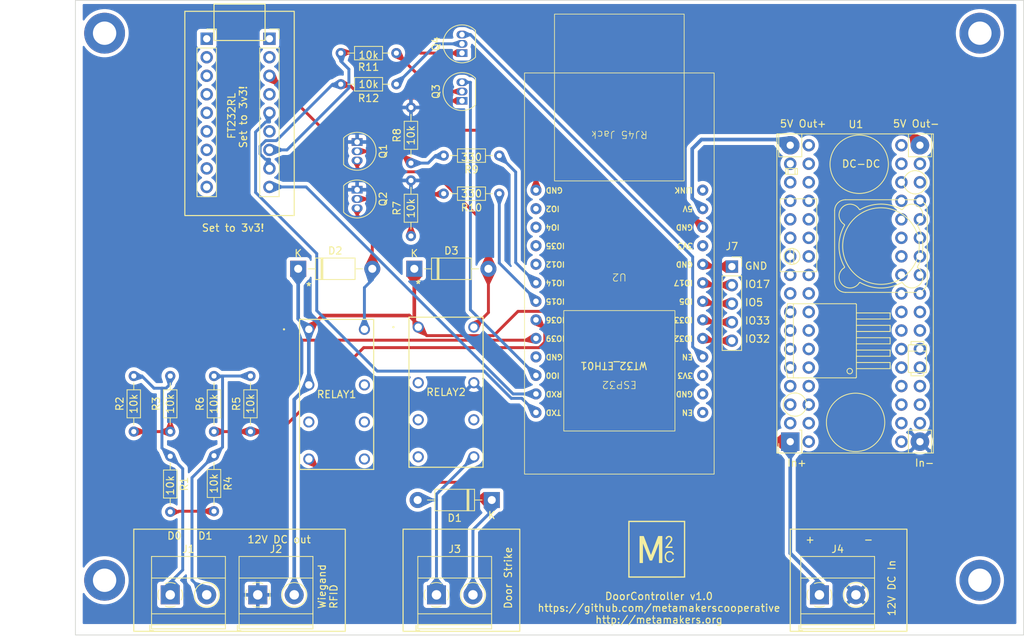
<source format=kicad_pcb>
(kicad_pcb (version 20221018) (generator pcbnew)
  (title_block (date "2024-01-08"))
  (layers (0 "F.Cu" signal) (31 "B.Cu" signal) (34 "B.Paste" user) (35 "F.Paste" user) (36 "B.SilkS" user "B.Silkscreen") (37 "F.SilkS" user "F.Silkscreen") (38 "B.Mask" user) (39 "F.Mask" user) (44 "Edge.Cuts" user))
  (net 0 "")
  (net 1 "+12V")
  (net 2 "Net-(D1-A)")
  (net 3 "Net-(D1-K)")
  (net 4 "Net-(D2-A)")
  (net 5 "Net-(D3-A)")
  (net 6 "GND")
  (net 7 "Net-(J1-Pin_1)")
  (net 8 "Net-(J1-Pin_2)")
  (net 22 "Net-(J7-Pin_1)")
  (net 23 "Net-(J7-Pin_2)")
  (net 24 "Net-(J7-Pin_3)")
  (net 25 "Net-(J7-Pin_4)")
  (net 26 "D0")
  (net 27 "Net-(Q1-G)")
  (net 28 "D1")
  (net 29 "Net-(U2-IO15{slash}ADC2_CH3{slash}TCH3)")
  (net 30 "Net-(U2-IO14{slash}ADC2_CH6{slash}TCH6)")
  (net 39 "Net-(U1-GND-Pad3)")
  (net 40 "Net-(U1-Vout)")
  (net 44 "Net-(Q2-G)")
  (net 45 "Net-(Q3-B)")
  (net 46 "Net-(Q3-C)")
  (net 47 "Net-(Q4-B)")
  (net 48 "Net-(J7-Pin_5)")
  (net 56 "Net-(R1-Pad2)")
  (net 57 "Net-(Q4-C)")
  (net 58 "Net-(J6-Pin_3)")
  (net 59 "Net-(J6-Pin_5)")
  (net 60 "Net-(J6-Pin_7)")
  (net 61 "Net-(J6-Pin_8)")
  (net 62 "Net-(J6-Pin_9)")
  (footprint "TerminalBlock_Phoenix:TerminalBlock_Phoenix_MKDS-1,5-2_1x02_P5.00mm_Horizontal" (layer "F.Cu") (at 91 131)
    (fp_text reference "J1" (at 2.5 -6.26) (layer "F.SilkS"))
    (fp_text value " ")
    (pad "1" thru_hole rect (at 0 0) (size 2.6 2.6) (drill 1.3) (layers "*.Cu" "*.Mask") (net 7 "Net-(J1-Pin_1)"))
    (pad "2" thru_hole circle (at 5 0) (size 2.6 2.6) (drill 1.3) (layers "*.Cu" "*.Mask") (net 8 "Net-(J1-Pin_2)"))
  )
  (footprint "Diode_THT:D_DO-41_SOD81_P10.16mm_Horizontal" (layer "F.Cu") (at 135.08 118 180)
    (fp_text reference "D1" (at 5.08 -2.47) (layer "F.SilkS"))
    (fp_text value "1N4001")
    (fp_text user "K" (at 0 -2.1) (layer "F.SilkS"))
    (pad "1" thru_hole rect (at 0 0 180) (size 2.2 2.2) (drill 1.1) (layers "*.Cu" "*.Mask") (net 3 "Net-(D1-K)"))
    (pad "2" thru_hole oval (at 10.16 0 180) (size 2.2 2.2) (drill 1.1) (layers "*.Cu" "*.Mask") (net 2 "Net-(D1-A)"))
  )
  (footprint "Resistor_THT:R_Axial_DIN0204_L3.6mm_D1.6mm_P7.62mm_Horizontal" (layer "F.Cu") (at 122 56.73 180)
    (fp_text reference "R11" (at 3.81 -1.92 180) (layer "F.SilkS"))
    (fp_text value "10k" (at 3.81 -0.27 180) (layer "F.SilkS"))
    (pad "1" thru_hole circle (at 0 0 180) (size 1.4 1.4) (drill 0.7) (layers "*.Cu" "*.Mask") (net 45 "Net-(Q3-B)"))
    (pad "2" thru_hole oval (at 7.62 0 180) (size 1.4 1.4) (drill 0.7) (layers "*.Cu" "*.Mask") (net 60 "Net-(J6-Pin_7)"))
  )
  (footprint "Resistor_THT:R_Axial_DIN0204_L3.6mm_D1.6mm_P7.62mm_Horizontal" (layer "F.Cu") (at 124 81.81 90)
    (fp_text reference "R7" (at 3.81 -1.92 90) (layer "F.SilkS"))
    (fp_text value "10k" (at 3.81 0 90) (layer "F.SilkS"))
    (pad "1" thru_hole circle (at 0 0 90) (size 1.4 1.4) (drill 0.7) (layers "*.Cu" "*.Mask") (net 44 "Net-(Q2-G)"))
    (pad "2" thru_hole oval (at 7.62 0 90) (size 1.4 1.4) (drill 0.7) (layers "*.Cu" "*.Mask") (net 6 "GND"))
  )
  (footprint "Diode_THT:D_DO-41_SOD81_P10.16mm_Horizontal" (layer "F.Cu") (at 124.46 86.3)
    (fp_text reference "D3" (at 5.08 -2.47) (layer "F.SilkS"))
    (fp_text value "1N4001")
    (fp_text user "K" (at 0 -2.1) (layer "F.SilkS"))
    (pad "1" thru_hole rect (at 0 0) (size 2.2 2.2) (drill 1.1) (layers "*.Cu" "*.Mask") (net 1 "+12V"))
    (pad "2" thru_hole oval (at 10.16 0) (size 2.2 2.2) (drill 1.1) (layers "*.Cu" "*.Mask") (net 5 "Net-(D3-A)"))
  )
  (footprint "Diode_THT:D_DO-41_SOD81_P10.16mm_Horizontal" (layer "F.Cu") (at 108.54 86.3)
    (fp_text reference "D2" (at 5.08 -2.47) (layer "F.SilkS"))
    (fp_text value "1N4001")
    (fp_text user "K" (at 0 -2.1) (layer "F.SilkS"))
    (pad "1" thru_hole rect (at 0 0) (size 2.2 2.2) (drill 1.1) (layers "*.Cu" "*.Mask") (net 1 "+12V"))
    (pad "2" thru_hole oval (at 10.16 0) (size 2.2 2.2) (drill 1.1) (layers "*.Cu" "*.Mask") (net 4 "Net-(D2-A)"))
  )
  (footprint "WT32-ETH01:WT32-ETH01" (layer "F.Cu") (at 152.57 86.95 180)
    (fp_text reference "U2" (at 0 -0.5 180 unlocked) (layer "F.SilkS") (effects (font (thickness 0.1))))
    (fp_text value "WT32-ETH01")
    (fp_text user "IO14" (at 10.16 -1.27 180 unlocked) (layer "F.SilkS") (effects (font (size 0.75 0.75) (thickness 0.15) bold) (justify right)))
    (fp_text user "GND" (at -10.16 -16.51 180 unlocked) (layer "F.SilkS") (effects (font (size 0.75 0.75) (thickness 0.15) bold) (justify left)))
    (fp_text user "GND" (at 10.16 -11.43 180 unlocked) (layer "F.SilkS") (effects (font (size 0.75 0.75) (thickness 0.15) bold) (justify right)))
    (fp_text user "RJ45 Jack" (at 0 19.05 180 unlocked) (layer "F.SilkS") (effects (font (thickness 0.1))))
    (fp_text user "IO35" (at 10.16 3.81 180 unlocked) (layer "F.SilkS") (effects (font (size 0.75 0.75) (thickness 0.15) bold) (justify right)))
    (fp_text user "IO2" (at 10.16 8.89 180 unlocked) (layer "F.SilkS") (effects (font (size 0.75 0.75) (thickness 0.15) bold) (justify right)))
    (fp_text user "IO36" (at 10.16 -6.35 180 unlocked) (layer "F.SilkS") (effects (font (size 0.75 0.75) (thickness 0.15) bold) (justify right)))
    (fp_text user "IO4" (at 10.16 6.35 180 unlocked) (layer "F.SilkS") (effects (font (size 0.75 0.75) (thickness 0.15) bold) (justify right)))
    (fp_text user "3V3" (at -10.16 3.81 180 unlocked) (layer "F.SilkS") (effects (font (size 0.75 0.75) (thickness 0.15) bold) (justify left)))
    (fp_text user "IO12" (at 10.16 1.27 180 unlocked) (layer "F.SilkS") (effects (font (size 0.75 0.75) (thickness 0.15) bold) (justify right)))
    (fp_text user "IO0" (at 10.16 -13.97 180 unlocked) (layer "F.SilkS") (effects (font (size 0.75 0.75) (thickness 0.15) bold) (justify right)))
    (fp_text user "EN" (at -10.16 -11.43 180 unlocked) (layer "F.SilkS") (effects (font (size 0.75 0.75) (thickness 0.15) bold) (justify left)))
    (fp_text user "IO39" (at 10.16 -8.89 180 unlocked) (layer "F.SilkS") (effects (font (size 0.75 0.75) (thickness 0.15) bold) (justify right)))
    (fp_text user "TXD" (at 10.16 -19.05 180 unlocked) (layer "F.SilkS") (effects (font (size 0.75 0.75) (thickness 0.15) bold) (justify right)))
    (fp_text user "IO32" (at -10.16 -8.89 180 unlocked) (layer "F.SilkS") (effects (font (size 0.75 0.75) (thickness 0.15) bold) (justify left)))
    (fp_text user "GND" (at -10.16 6.35 180 unlocked) (layer "F.SilkS") (effects (font (size 0.75 0.75) (thickness 0.15) bold) (justify left)))
    (fp_text user "IO5" (at -10.16 -3.81 180 unlocked) (layer "F.SilkS") (effects (font (size 0.75 0.75) (thickness 0.15) bold) (justify left)))
    (fp_text user "IO15" (at 10.16 -3.81 180 unlocked) (layer "F.SilkS") (effects (font (size 0.75 0.75) (thickness 0.15) bold) (justify right)))
    (fp_text user "IO33" (at -10.16 -6.35 180 unlocked) (layer "F.SilkS") (effects (font (size 0.75 0.75) (thickness 0.15) bold) (justify left)))
    (fp_text user "RXD" (at 10.16 -16.51 180 unlocked) (layer "F.SilkS") (effects (font (size 0.75 0.75) (thickness 0.15) bold) (justify right)))
    (fp_text user "IO17" (at -10.16 -1.27 180 unlocked) (layer "F.SilkS") (effects (font (size 0.75 0.75) (thickness 0.15) bold) (justify left)))
    (fp_text user "3V3" (at -10.16 -13.97 180 unlocked) (layer "F.SilkS") (effects (font (size 0.75 0.75) (thickness 0.15) bold) (justify left)))
    (fp_text user "EN" (at -10.16 -19.05 180 unlocked) (layer "F.SilkS") (effects (font (size 0.75 0.75) (thickness 0.15) bold) (justify left)))
    (fp_text user "ESP32" (at 0 -15.24 180 unlocked) (layer "F.SilkS") (effects (font (thickness 0.1))))
    (fp_text user "5V" (at -10.16 8.89 180 unlocked) (layer "F.SilkS") (effects (font (size 0.75 0.75) (thickness 0.15) bold) (justify left)))
    (fp_text user "LINK" (at -10.16 11.43 180 unlocked) (layer "F.SilkS") (effects (font (size 0.75 0.75) (thickness 0.15) bold) (justify left)))
    (fp_text user "GND" (at -10.16 1.27 180 unlocked) (layer "F.SilkS") (effects (font (size 0.75 0.75) (thickness 0.15) bold) (justify left)))
    (fp_text user "GND" (at 10.16 11.43 180 unlocked) (layer "F.SilkS") (effects (font (size 0.75 0.75) (thickness 0.15) bold) (justify right)))
    (pad "1" thru_hole circle (at -11.43 -19.05 180) (size 1.524 1.524) (drill 0.762) (layers "*.Cu" "*.Mask"))
    (pad "2" thru_hole circle (at -11.43 -16.51 180) (size 1.524 1.524) (drill 0.762) (layers "*.Cu" "*.Mask"))
    (pad "3" thru_hole circle (at -11.43 -13.97 180) (size 1.524 1.524) (drill 0.762) (layers "*.Cu" "*.Mask"))
    (pad "4" thru_hole circle (at -11.43 -11.43 180) (size 1.524 1.524) (drill 0.762) (layers "*.Cu" "*.Mask") (net 57 "Net-(Q4-C)"))
    (pad "5" thru_hole circle (at -11.43 -8.89 180) (size 1.524 1.524) (drill 0.762) (layers "*.Cu" "*.Mask") (net 48 "Net-(J7-Pin_5)"))
    (pad "6" thru_hole circle (at -11.43 -6.35 180) (size 1.524 1.524) (drill 0.762) (layers "*.Cu" "*.Mask") (net 25 "Net-(J7-Pin_4)"))
    (pad "7" thru_hole circle (at -11.43 -3.81 180) (size 1.524 1.524) (drill 0.762) (layers "*.Cu" "*.Mask") (net 24 "Net-(J7-Pin_3)"))
    (pad "8" thru_hole circle (at -11.43 -1.27 180) (size 1.524 1.524) (drill 0.762) (layers "*.Cu" "*.Mask") (net 23 "Net-(J7-Pin_2)"))
    (pad "9" thru_hole circle (at -11.43 1.27 180) (size 1.524 1.524) (drill 0.762) (layers "*.Cu" "*.Mask") (net 22 "Net-(J7-Pin_1)"))
    (pad "10" thru_hole circle (at -11.43 3.81 180) (size 1.524 1.524) (drill 0.762) (layers "*.Cu" "*.Mask"))
    (pad "11" thru_hole circle (at -11.43 6.35 180) (size 1.524 1.524) (drill 0.762) (layers "*.Cu" "*.Mask") (net 39 "Net-(U1-GND-Pad3)"))
    (pad "12" thru_hole circle (at -11.43 8.89 180) (size 1.524 1.524) (drill 0.762) (layers "*.Cu" "*.Mask") (net 40 "Net-(U1-Vout)"))
    (pad "13" thru_hole circle (at -11.43 11.43 180) (size 1.524 1.524) (drill 0.762) (layers "*.Cu" "*.Mask"))
    (pad "14" thru_hole circle (at 11.43 11.43 180) (size 1.524 1.524) (drill 0.762) (layers "*.Cu" "*.Mask") (net 58 "Net-(J6-Pin_3)"))
    (pad "15" thru_hole circle (at 11.43 8.89 180) (size 1.524 1.524) (drill 0.762) (layers "*.Cu" "*.Mask"))
    (pad "16" thru_hole circle (at 11.43 6.35 180) (size 1.524 1.524) (drill 0.762) (layers "*.Cu" "*.Mask"))
    (pad "17" thru_hole circle (at 11.43 3.81 180) (size 1.524 1.524) (drill 0.762) (layers "*.Cu" "*.Mask"))
    (pad "18" thru_hole circle (at 11.43 1.27 180) (size 1.524 1.524) (drill 0.762) (layers "*.Cu" "*.Mask"))
    (pad "19" thru_hole circle (at 11.43 -1.27 180) (size 1.524 1.524) (drill 0.762) (layers "*.Cu" "*.Mask") (net 30 "Net-(U2-IO14{slash}ADC2_CH6{slash}TCH6)"))
    (pad "20" thru_hole circle (at 11.43 -3.81 180) (size 1.524 1.524) (drill 0.762) (layers "*.Cu" "*.Mask") (net 29 "Net-(U2-IO15{slash}ADC2_CH3{slash}TCH3)"))
    (pad "21" thru_hole circle (at 11.43 -6.35 180) (size 1.524 1.524) (drill 0.762) (layers "*.Cu" "*.Mask") (net 28 "D1"))
    (pad "22" thru_hole circle (at 11.43 -8.89 180) (size 1.524 1.524) (drill 0.762) (layers "*.Cu" "*.Mask") (net 26 "D0"))
    (pad "23" thru_hole circle (at 11.43 -11.43 180) (size 1.524 1.524) (drill 0.762) (layers "*.Cu" "*.Mask"))
    (pad "24" thru_hole circle (at 11.43 -13.97 180) (size 1.524 1.524) (drill 0.762) (layers "*.Cu" "*.Mask") (net 46 "Net-(Q3-C)"))
    (pad "25" thru_hole circle (at 11.43 -16.51 180) (size 1.524 1.524) (drill 0.762) (layers "*.Cu" "*.Mask") (net 62 "Net-(J6-Pin_9)"))
    (pad "26" thru_hole circle (at 11.43 -19.05 180) (size 1.524 1.524) (drill 0.762) (layers "*.Cu" "*.Mask") (net 59 "Net-(J6-Pin_5)"))
  )
  (footprint "Package_TO_SOT_THT:TO-92_Inline" (layer "F.Cu") (at 116.62 68.92 -90)
    (fp_text reference "Q1" (at 1.27 -3.56 90) (layer "F.SilkS"))
    (fp_text value "2N7000")
    (pad "1" thru_hole rect (at 0 0 270) (size 1.05 1.5) (drill 0.75) (layers "*.Cu" "*.Mask") (net 6 "GND"))
    (pad "2" thru_hole oval (at 1.27 0 270) (size 1.05 1.5) (drill 0.75) (layers "*.Cu" "*.Mask") (net 27 "Net-(Q1-G)"))
    (pad "3" thru_hole oval (at 2.54 0 270) (size 1.05 1.5) (drill 0.75) (layers "*.Cu" "*.Mask") (net 5 "Net-(D3-A)"))
  )
  (footprint "Connector_PinSocket_2.54mm:PinSocket_1x05_P2.54mm_Vertical" (layer "F.Cu") (at 168 86)
    (fp_text reference "J7" (at 0 -2.77) (layer "F.SilkS"))
    (fp_text value "Conn_01x04_Socket")
    (pad "1" thru_hole rect (at 0 0) (size 1.7 1.7) (drill 1) (layers "*.Cu" "*.Mask") (net 22 "Net-(J7-Pin_1)"))
    (pad "2" thru_hole oval (at 0 2.54) (size 1.7 1.7) (drill 1) (layers "*.Cu" "*.Mask") (net 23 "Net-(J7-Pin_2)"))
    (pad "3" thru_hole oval (at 0 5.08) (size 1.7 1.7) (drill 1) (layers "*.Cu" "*.Mask") (net 24 "Net-(J7-Pin_3)"))
    (pad "4" thru_hole oval (at 0 7.62) (size 1.7 1.7) (drill 1) (layers "*.Cu" "*.Mask") (net 25 "Net-(J7-Pin_4)"))
    (pad "5" thru_hole oval (at 0 10.16) (size 1.7 1.7) (drill 1) (layers "*.Cu" "*.Mask") (net 48 "Net-(J7-Pin_5)"))
  )
  (footprint "MyLibrary:RELAY8_J104D2C12VDC.20S_CRS" (layer "F.Cu") (at 110 94.6)
    (fp_text reference "RELAY1" (at 3.81 8.919997 unlocked) (layer "F.SilkS"))
    (fp_text value "~")
    (fp_text user "*" (at 0 -5.866672) (layer "F.SilkS"))
    (fp_text user "*" (at 0 -5.866672 unlocked) (layer "F.SilkS"))
    (pad "1" thru_hole circle (at 0 0) (size 1.524 1.524) (drill 1.016) (layers "*.Cu" "*.Mask") (net 1 "+12V"))
    (pad "2" thru_hole circle (at 0 7.62) (size 1.524 1.524) (drill 1.016) (layers "*.Cu" "*.Mask") (net 1 "+12V"))
    (pad "3" thru_hole circle (at 0 12.7) (size 1.524 1.524) (drill 1.016) (layers "*.Cu" "*.Mask"))
    (pad "4" thru_hole circle (at 0 17.78) (size 1.524 1.524) (drill 1.016) (layers "*.Cu" "*.Mask") (net 3 "Net-(D1-K)"))
    (pad "5" thru_hole circle (at 7.62 17.78) (size 1.524 1.524) (drill 1.016) (layers "*.Cu" "*.Mask"))
    (pad "6" thru_hole circle (at 7.62 12.7) (size 1.524 1.524) (drill 1.016) (layers "*.Cu" "*.Mask"))
    (pad "7" thru_hole circle (at 7.62 7.62) (size 1.524 1.524) (drill 1.016) (layers "*.Cu" "*.Mask"))
    (pad "8" thru_hole circle (at 7.62 0) (size 1.524 1.524) (drill 1.016) (layers "*.Cu" "*.Mask") (net 4 "Net-(D2-A)"))
  )
  (footprint "Package_TO_SOT_THT:TO-92_Inline" (layer "F.Cu") (at 131 56.73 90)
    (fp_text reference "Q4" (at 1.27 -3.56 90) (layer "F.SilkS"))
    (fp_text value "2N3904")
    (pad "1" thru_hole rect (at 0 0 90) (size 1.05 1.5) (drill 0.75) (layers "*.Cu" "*.Mask") (net 60 "Net-(J6-Pin_7)"))
    (pad "2" thru_hole oval (at 1.27 0 90) (size 1.05 1.5) (drill 0.75) (layers "*.Cu" "*.Mask") (net 47 "Net-(Q4-B)"))
    (pad "3" thru_hole oval (at 2.54 0 90) (size 1.05 1.5) (drill 0.75) (layers "*.Cu" "*.Mask") (net 57 "Net-(Q4-C)"))
  )
  (footprint "Resistor_THT:R_Axial_DIN0204_L3.6mm_D1.6mm_P7.62mm_Horizontal" (layer "F.Cu") (at 91 112 -90)
    (fp_text reference "R1" (at 3.81 -1.92 90) (layer "F.SilkS"))
    (fp_text value "10k" (at 4 0 90) (layer "F.SilkS"))
    (pad "1" thru_hole circle (at 0 0 270) (size 1.4 1.4) (drill 0.7) (layers "*.Cu" "*.Mask") (net 7 "Net-(J1-Pin_1)"))
    (pad "2" thru_hole oval (at 7.62 0 270) (size 1.4 1.4) (drill 0.7) (layers "*.Cu" "*.Mask") (net 56 "Net-(R1-Pad2)"))
  )
  (footprint "Resistor_THT:R_Axial_DIN0204_L3.6mm_D1.6mm_P7.62mm_Horizontal" (layer "F.Cu") (at 86 108.62 90)
    (fp_text reference "R2" (at 3.81 -1.92 90) (layer "F.SilkS"))
    (fp_text value "10k" (at 3.81 0 90) (layer "F.SilkS"))
    (pad "1" thru_hole circle (at 0 0 90) (size 1.4 1.4) (drill 0.7) (layers "*.Cu" "*.Mask") (net 26 "D0"))
    (pad "2" thru_hole oval (at 7.62 0 90) (size 1.4 1.4) (drill 0.7) (layers "*.Cu" "*.Mask") (net 7 "Net-(J1-Pin_1)"))
  )
  (footprint "TerminalBlock_Phoenix:TerminalBlock_Phoenix_MKDS-1,5-2_1x02_P5.00mm_Horizontal" (layer "F.Cu") (at 127.5 131)
    (fp_text reference "J3" (at 2.5 -6.26) (layer "F.SilkS"))
    (fp_text value " ")
    (pad "1" thru_hole rect (at 0 0) (size 2.6 2.6) (drill 1.3) (layers "*.Cu" "*.Mask") (net 2 "Net-(D1-A)"))
    (pad "2" thru_hole circle (at 5 0) (size 2.6 2.6) (drill 1.3) (layers "*.Cu" "*.Mask") (net 3 "Net-(D1-K)"))
  )
  (footprint "Connector_PinSocket_2.54mm:PinSocket_1x09_P2.54mm_Vertical" (layer "F.Cu") (at 96 54.76)
    (fp_text reference "J5" hide)
    (fp_text value "Conn_01x09_Socket" hide)
    (pad "1" thru_hole rect (at 0 0) (size 1.7 1.7) (drill 1) (layers "*.Cu" "*.Mask"))
    (pad "2" thru_hole oval (at 0 2.54) (size 1.7 1.7) (drill 1) (layers "*.Cu" "*.Mask"))
    (pad "3" thru_hole oval (at 0 5.08) (size 1.7 1.7) (drill 1) (layers "*.Cu" "*.Mask"))
    (pad "4" thru_hole oval (at 0 7.62) (size 1.7 1.7) (drill 1) (layers "*.Cu" "*.Mask"))
    (pad "5" thru_hole oval (at 0 10.16) (size 1.7 1.7) (drill 1) (layers "*.Cu" "*.Mask"))
    (pad "6" thru_hole oval (at 0 12.7) (size 1.7 1.7) (drill 1) (layers "*.Cu" "*.Mask"))
    (pad "7" thru_hole oval (at 0 15.24) (size 1.7 1.7) (drill 1) (layers "*.Cu" "*.Mask"))
    (pad "8" thru_hole oval (at 0 17.78) (size 1.7 1.7) (drill 1) (layers "*.Cu" "*.Mask"))
    (pad "9" thru_hole oval (at 0 20.32) (size 1.7 1.7) (drill 1) (layers "*.Cu" "*.Mask"))
  )
  (footprint "TerminalBlock_Phoenix:TerminalBlock_Phoenix_MKDS-1,5-2_1x02_P5.00mm_Horizontal" (layer "F.Cu") (at 103 131)
    (fp_text reference "J2" (at 2.5 -6.26) (layer "F.SilkS"))
    (fp_text value " ")
    (pad "1" thru_hole rect (at 0 0) (size 2.6 2.6) (drill 1.3) (layers "*.Cu" "*.Mask") (net 6 "GND"))
    (pad "2" thru_hole circle (at 5 0) (size 2.6 2.6) (drill 1.3) (layers "*.Cu" "*.Mask") (net 1 "+12V"))
  )
  (footprint "Resistor_THT:R_Axial_DIN0204_L3.6mm_D1.6mm_P7.62mm_Horizontal" (layer "F.Cu") (at 97 111.92 -90)
    (fp_text reference "R4" (at 3.81 -1.92 90) (layer "F.SilkS"))
    (fp_text value "10k" (at 3.81 0 90) (layer "F.SilkS"))
    (pad "1" thru_hole circle (at 0 0 270) (size 1.4 1.4) (drill 0.7) (layers "*.Cu" "*.Mask") (net 8 "Net-(J1-Pin_2)"))
    (pad "2" thru_hole oval (at 7.62 0 270) (size 1.4 1.4) (drill 0.7) (layers "*.Cu" "*.Mask") (net 56 "Net-(R1-Pad2)"))
  )
  (footprint "Resistor_THT:R_Axial_DIN0204_L3.6mm_D1.6mm_P7.62mm_Horizontal" (layer "F.Cu") (at 122 61 180)
    (fp_text reference "R12" (at 3.81 -1.92 180) (layer "F.SilkS"))
    (fp_text value "10k" (at 3.81 0 180) (layer "F.SilkS"))
    (pad "1" thru_hole circle (at 0 0 180) (size 1.4 1.4) (drill 0.7) (layers "*.Cu" "*.Mask") (net 47 "Net-(Q4-B)"))
    (pad "2" thru_hole oval (at 7.62 0 180) (size 1.4 1.4) (drill 0.7) (layers "*.Cu" "*.Mask") (net 61 "Net-(J6-Pin_8)"))
  )
  (footprint "MountingHole:MountingHole_3.2mm_M3_DIN965_Pad" (layer "F.Cu") (at 202 54)
    (fp_text reference "MH4" hide)
    (fp_text value "MountingHole_3.2mm_M3_DIN965_Pad" hide)
    (pad "1" thru_hole circle (at 0 0) (size 5.6 5.6) (drill 3.2) (layers "*.Cu" "*.Mask"))
  )
  (footprint "TerminalBlock_Phoenix:TerminalBlock_Phoenix_MKDS-1,5-2_1x02_P5.00mm_Horizontal" (layer "F.Cu") (at 180 131)
    (fp_text reference "J4" (at 2.5 -6.26) (layer "F.SilkS"))
    (fp_text value " ")
    (pad "1" thru_hole rect (at 0 0) (size 2.6 2.6) (drill 1.3) (layers "*.Cu" "*.Mask") (net 1 "+12V"))
    (pad "2" thru_hole circle (at 5 0) (size 2.6 2.6) (drill 1.3) (layers "*.Cu" "*.Mask") (net 6 "GND"))
  )
  (footprint "MountingHole:MountingHole_3.2mm_M3_DIN965_Pad" (layer "F.Cu") (at 202 129)
    (fp_text reference "MH2" hide)
    (fp_text value "MountingHole_3.2mm_M3_DIN965_Pad" hide)
    (pad "1" thru_hole circle (at 0 0) (size 5.6 5.6) (drill 3.2) (layers "*.Cu" "*.Mask"))
  )
  (footprint "Package_TO_SOT_THT:TO-92_Inline" (layer "F.Cu") (at 116.62 75.46 -90)
    (fp_text reference "Q2" (at 1.27 -3.56 90) (layer "F.SilkS"))
    (fp_text value "2N7000")
    (pad "1" thru_hole rect (at 0 0 270) (size 1.05 1.5) (drill 0.75) (layers "*.Cu" "*.Mask") (net 6 "GND"))
    (pad "2" thru_hole oval (at 1.27 0 270) (size 1.05 1.5) (drill 0.75) (layers "*.Cu" "*.Mask") (net 44 "Net-(Q2-G)"))
    (pad "3" thru_hole oval (at 2.54 0 270) (size 1.05 1.5) (drill 0.75) (layers "*.Cu" "*.Mask") (net 4 "Net-(D2-A)"))
  )
  (footprint "Resistor_THT:R_Axial_DIN0204_L3.6mm_D1.6mm_P7.62mm_Horizontal" (layer "F.Cu") (at 124 71.81 90)
    (fp_text reference "R8" (at 3.81 -1.92 90) (layer "F.SilkS"))
    (fp_text value "10k" (at 3.81 0 90) (layer "F.SilkS"))
    (pad "1" thru_hole circle (at 0 0 90) (size 1.4 1.4) (drill 0.7) (layers "*.Cu" "*.Mask") (net 27 "Net-(Q1-G)"))
    (pad "2" thru_hole oval (at 7.62 0 90) (size 1.4 1.4) (drill 0.7) (layers "*.Cu" "*.Mask") (net 6 "GND"))
  )
  (footprint "MyLibrary:YAAJ_DCDC_StepDown_LM2596_Universal" (layer "F.Cu") (at 176 110 90)
    (fp_text reference "U1" (at 43.5 9 180) (layer "F.SilkS"))
    (fp_text value "YAAJ_DCDC_StepDown_LM2596")
    (pad "" thru_hole oval (at 0 2.54 180) (size 1.7 1.7) (drill 1) (layers "*.Cu" "*.Mask"))
    (pad "" thru_hole oval (at 0 15.24 180) (size 1.7 1.7) (drill 1) (layers "*.Cu" "*.Mask"))
    (pad "" thru_hole oval (at 2.54 0 180) (size 1.7 1.7) (drill 1) (layers "*.Cu" "*.Mask"))
    (pad "" thru_hole oval (at 2.54 2.54 180) (size 1.7 1.7) (drill 1) (layers "*.Cu" "*.Mask"))
    (pad "" thru_hole oval (at 2.54 15.24 180) (size 1.7 1.7) (drill 1) (layers "*.Cu" "*.Mask"))
    (pad "" thru_hole oval (at 2.54 17.78 180) (size 1.7 1.7) (drill 1) (layers "*.Cu" "*.Mask"))
    (pad "" thru_hole oval (at 5.08 0 180) (size 1.7 1.7) (drill 1) (layers "*.Cu" "*.Mask"))
    (pad "" thru_hole oval (at 5.08 2.54 180) (size 1.7 1.7) (drill 1) (layers "*.Cu" "*.Mask"))
    (pad "" thru_hole oval (at 5.08 15.24 180) (size 1.7 1.7) (drill 1) (layers "*.Cu" "*.Mask"))
    (pad "" thru_hole oval (at 5.08 17.78 180) (size 1.7 1.7) (drill 1) (layers "*.Cu" "*.Mask"))
    (pad "" thru_hole oval (at 7.62 0 180) (size 1.7 1.7) (drill 1) (layers "*.Cu" "*.Mask"))
    (pad "" thru_hole oval (at 7.62 2.54 180) (size 1.7 1.7) (drill 1) (layers "*.Cu" "*.Mask"))
    (pad "" thru_hole oval (at 7.62 15.24 180) (size 1.7 1.7) (drill 1) (layers "*.Cu" "*.Mask"))
    (pad "" thru_hole oval (at 7.62 17.78 180) (size 1.7 1.7) (drill 1) (layers "*.Cu" "*.Mask"))
    (pad "" thru_hole oval (at 10.16 0 180) (size 1.7 1.7) (drill 1) (layers "*.Cu" "*.Mask"))
    (pad "" thru_hole oval (at 10.16 2.54 180) (size 1.7 1.7) (drill 1) (layers "*.Cu" "*.Mask"))
    (pad "" thru_hole oval (at 10.16 15.24 180) (size 1.7 1.7) (drill 1) (layers "*.Cu" "*.Mask"))
    (pad "" thru_hole oval (at 10.16 17.78 180) (size 1.7 1.7) (drill 1) (layers "*.Cu" "*.Mask"))
    (pad "" thru_hole oval (at 12.7 0 180) (size 1.7 1.7) (drill 1) (layers "*.Cu" "*.Mask"))
    (pad "" thru_hole oval (at 12.7 2.54 180) (size 1.7 1.7) (drill 1) (layers "*.Cu" "*.Mask"))
    (pad "" thru_hole oval (at 12.7 15.24 180) (size 1.7 1.7) (drill 1) (layers "*.Cu" "*.Mask"))
    (pad "" thru_hole oval (at 12.7 17.78 180) (size 1.7 1.7) (drill 1) (layers "*.Cu" "*.Mask"))
    (pad "" thru_hole oval (at 15.24 0 180) (size 1.7 1.7) (drill 1) (layers "*.Cu" "*.Mask"))
    (pad "" thru_hole oval (at 15.24 2.54 180) (size 1.7 1.7) (drill 1) (layers "*.Cu" "*.Mask"))
    (pad "" thru_hole oval (at 15.24 15.24 180) (size 1.7 1.7) (drill 1) (layers "*.Cu" "*.Mask"))
    (pad "" thru_hole oval (at 15.24 17.78 180) (size 1.7 1.7) (drill 1) (layers "*.Cu" "*.Mask"))
    (pad "" thru_hole oval (at 17.78 0 180) (size 1.7 1.7) (drill 1) (layers "*.Cu" "*.Mask"))
    (pad "" thru_hole oval (at 17.78 2.54 180) (size 1.7 1.7) (drill 1) (layers "*.Cu" "*.Mask"))
    (pad "" thru_hole oval (at 17.78 15.24 180) (size 1.7 1.7) (drill 1) (layers "*.Cu" "*.Mask"))
    (pad "" thru_hole oval (at 17.78 17.78 180) (size 1.7 1.7) (drill 1) (layers "*.Cu" "*.Mask"))
    (pad "" thru_hole oval (at 20.32 0 180) (size 1.7 1.7) (drill 1) (layers "*.Cu" "*.Mask"))
    (pad "" thru_hole oval (at 20.32 2.54 180) (size 1.7 1.7) (drill 1) (layers "*.Cu" "*.Mask"))
    (pad "" thru_hole oval (at 20.32 15.24 180) (size 1.7 1.7) (drill 1) (layers "*.Cu" "*.Mask"))
    (pad "" thru_hole oval (at 20.32 17.78 180) (size 1.7 1.7) (drill 1) (layers "*.Cu" "*.Mask"))
    (pad "" thru_hole oval (at 22.86 0 180) (size 1.7 1.7) (drill 1) (layers "*.Cu" "*.Mask"))
    (pad "" thru_hole oval (at 22.86 2.54 180) (size 1.7 1.7) (drill 1) (layers "*.Cu" "*.Mask"))
    (pad "" thru_hole oval (at 22.86 15.24 180) (size 1.7 1.7) (drill 1) (layers "*.Cu" "*.Mask"))
    (pad "" thru_hole oval (at 22.86 17.78 180) (size 1.7 1.7) (drill 1) (layers "*.Cu" "*.Mask"))
    (pad "" thru_hole oval (at 25.4 0 180) (size 1.7 1.7) (drill 1) (layers "*.Cu" "*.Mask"))
    (pad "" thru_hole oval (at 25.4 2.54 180) (size 1.7 1.7) (drill 1) (layers "*.Cu" "*.Mask"))
    (pad "" thru_hole oval (at 25.4 15.24 180) (size 1.7 1.7) (drill 1) (layers "*.Cu" "*.Mask"))
    (pad "" thru_hole oval (at 25.4 17.78 180) (size 1.7 1.7) (drill 1) (layers "*.Cu" "*.Mask"))
    (pad "" thru_hole oval (at 27.94 0 180) (size 1.7 1.7) (drill 1) (layers "*.Cu" "*.Mask"))
    (pad "" thru_hole oval (at 27.94 2.54 180) (size 1.7 1.7) (drill 1) (layers "*.Cu" "*.Mask"))
    (pad "" thru_hole oval (at 27.94 15.24 180) (size 1.7 1.7) (drill 1) (layers "*.Cu" "*.Mask"))
    (pad "" thru_hole oval (at 27.94 17.78 180) (size 1.7 1.7) (drill 1) (layers "*.Cu" "*.Mask"))
    (pad "" thru_hole oval (at 30.48 0 180) (size 1.7 1.7) (drill 1) (layers "*.Cu" "*.Mask"))
    (pad "" thru_hole oval (at 30.48 2.54 180) (size 1.7 1.7) (drill 1) (layers "*.Cu" "*.Mask"))
    (pad "" thru_hole oval (at 30.48 15.24 180) (size 1.7 1.7) (drill 1) (layers "*.Cu" "*.Mask"))
    (pad "" thru_hole oval (at 30.48 17.78 180) (size 1.7 1.7) (drill 1) (layers "*.Cu" "*.Mask"))
    (pad "" thru_hole oval (at 33.02 0 180) (size 1.7 1.7) (drill 1) (layers "*.Cu" "*.Mask"))
    (pad "" thru_hole oval (at 33.02 2.54 180) (size 1.7 1.7) (drill 1) (layers "*.Cu" "*.Mask"))
    (pad "" thru_hole oval (at 33.02 15.24 180) (size 1.7 1.7) (drill 1) (layers "*.Cu" "*.Mask"))
    (pad "" thru_hole oval (at 33.02 17.78 180) (size 1.7 1.7) (drill 1) (layers "*.Cu" "*.Mask"))
    (pad "" thru_hole oval (at 35.56 0 180) (size 1.7 1.7) (drill 1) (layers "*.Cu" "*.Mask"))
    (pad "" thru_hole oval (at 35.56 2.54 180) (size 1.7 1.7) (drill 1) (layers "*.Cu" "*.Mask"))
    (pad "" thru_hole oval (at 35.56 15.24 180) (size 1.7 1.7) (drill 1) (layers "*.Cu" "*.Mask"))
    (pad "" thru_hole oval (at 35.56 17.78 180) (size 1.7 1.7) (drill 1) (layers "*.Cu" "*.Mask"))
    (pad "" thru_hole oval (at 38.1 0 180) (size 1.7 1.7) (drill 1) (layers "*.Cu" "*.Mask"))
    (pad "" thru_hole oval (at 38.1 2.54 180) (size 1.7 1.7) (drill 1) (layers "*.Cu" "*.Mask"))
    (pad "" thru_hole oval (at 38.1 15.24 180) (size 1.7 1.7) (drill 1) (layers "*.Cu" "*.Mask"))
    (pad "" thru_hole oval (at 38.1 17.78 180) (size 1.7 1.7) (drill 1) (layers "*.Cu" "*.Mask"))
    (pad "" thru_hole oval (at 40.64 2.54 180) (size 1.7 1.7) (drill 1) (layers "*.Cu" "*.Mask"))
    (pad "" thru_hole oval (at 40.64 15.24 180) (size 1.7 1.7) (drill 1) (layers "*.Cu" "*.Mask"))
    (pad "1" thru_hole rect (at 0 0 90) (size 2.54 2.54) (drill 1) (layers "*.Cu" "*.Mask") (net 1 "+12V"))
    (pad "2" thru_hole circle (at 0 17.78 90) (size 2.54 2.54) (drill 1) (layers "*.Cu" "*.Mask") (net 6 "GND"))
    (pad "3" thru_hole circle (at 40.64 17.78 90) (size 2.54 2.54) (drill 1) (layers "*.Cu" "*.Mask") (net 39 "Net-(U1-GND-Pad3)"))
    (pad "4" thru_hole circle (at 40.64 0 90) (size 2.54 2.54) (drill 1) (layers "*.Cu" "*.Mask") (net 40 "Net-(U1-Vout)"))
  )
  (footprint "MountingHole:MountingHole_3.2mm_M3_DIN965_Pad" (layer "F.Cu") (at 82 54)
    (fp_text reference "MH3" hide)
    (fp_text value "MountingHole_3.2mm_M3_DIN965_Pad")
    (pad "1" thru_hole circle (at 0 0) (size 5.6 5.6) (drill 3.2) (layers "*.Cu" "*.Mask"))
  )
  (footprint "Connector_PinSocket_2.54mm:PinSocket_1x09_P2.54mm_Vertical" (layer "F.Cu") (at 104.6 54.76)
    (fp_text reference "J6" hide)
    (fp_text value "Conn_01x09_Socket" hide)
    (pad "1" thru_hole rect (at 0 0) (size 1.7 1.7) (drill 1) (layers "*.Cu" "*.Mask"))
    (pad "2" thru_hole oval (at 0 2.54) (size 1.7 1.7) (drill 1) (layers "*.Cu" "*.Mask"))
    (pad "3" thru_hole oval (at 0 5.08) (size 1.7 1.7) (drill 1) (layers "*.Cu" "*.Mask") (net 58 "Net-(J6-Pin_3)"))
    (pad "4" thru_hole oval (at 0 7.62) (size 1.7 1.7) (drill 1) (layers "*.Cu" "*.Mask"))
    (pad "5" thru_hole oval (at 0 10.16) (size 1.7 1.7) (drill 1) (layers "*.Cu" "*.Mask") (net 59 "Net-(J6-Pin_5)"))
    (pad "6" thru_hole oval (at 0 12.7) (size 1.7 1.7) (drill 1) (layers "*.Cu" "*.Mask"))
    (pad "7" thru_hole oval (at 0 15.24) (size 1.7 1.7) (drill 1) (layers "*.Cu" "*.Mask") (net 60 "Net-(J6-Pin_7)"))
    (pad "8" thru_hole oval (at 0 17.78) (size 1.7 1.7) (drill 1) (layers "*.Cu" "*.Mask") (net 61 "Net-(J6-Pin_8)"))
    (pad "9" thru_hole oval (at 0 20.32) (size 1.7 1.7) (drill 1) (layers "*.Cu" "*.Mask") (net 62 "Net-(J6-Pin_9)"))
  )
  (footprint "Resistor_THT:R_Axial_DIN0204_L3.6mm_D1.6mm_P7.62mm_Horizontal" (layer "F.Cu") (at 91 108.62 90)
    (fp_text reference "R3" (at 3.81 -1.92 90) (layer "F.SilkS"))
    (fp_text value "10k" (at 3.81 0 90) (layer "F.SilkS"))
    (pad "1" thru_hole circle (at 0 0 90) (size 1.4 1.4) (drill 0.7) (layers "*.Cu" "*.Mask") (net 26 "D0"))
    (pad "2" thru_hole oval (at 7.62 0 90) (size 1.4 1.4) (drill 0.7) (layers "*.Cu" "*.Mask") (net 7 "Net-(J1-Pin_1)"))
  )
  (footprint "Resistor_THT:R_Axial_DIN0204_L3.6mm_D1.6mm_P7.62mm_Horizontal" (layer "F.Cu") (at 136.11 70.78 180)
    (fp_text reference "R9" (at 3.81 -1.92 180) (layer "F.SilkS"))
    (fp_text value "330" (at 3.81 -0.22 180) (layer "F.SilkS"))
    (pad "1" thru_hole circle (at 0 0 180) (size 1.4 1.4) (drill 0.7) (layers "*.Cu" "*.Mask") (net 30 "Net-(U2-IO14{slash}ADC2_CH6{slash}TCH6)"))
    (pad "2" thru_hole oval (at 7.62 0 180) (size 1.4 1.4) (drill 0.7) (layers "*.Cu" "*.Mask") (net 27 "Net-(Q1-G)"))
  )
  (footprint "Resistor_THT:R_Axial_DIN0204_L3.6mm_D1.6mm_P7.62mm_Horizontal" (layer "F.Cu") (at 97 108.62 90)
    (fp_text reference "R6" (at 3.81 -1.92 90) (layer "F.SilkS"))
    (fp_text value "10k" (at 3.81 0 90) (layer "F.SilkS"))
    (pad "1" thru_hole circle (at 0 0 90) (size 1.4 1.4) (drill 0.7) (layers "*.Cu" "*.Mask") (net 28 "D1"))
    (pad "2" thru_hole oval (at 7.62 0 90) (size 1.4 1.4) (drill 0.7) (layers "*.Cu" "*.Mask") (net 8 "Net-(J1-Pin_2)"))
  )
  (footprint "MountingHole:MountingHole_3.2mm_M3_DIN965_Pad" (layer "F.Cu") (at 82 129)
    (fp_text reference "MH1" hide)
    (fp_text value "MountingHole_3.2mm_M3_DIN965_Pad" hide)
    (pad "1" thru_hole circle (at 0 0) (size 5.6 5.6) (drill 3.2) (layers "*.Cu" "*.Mask"))
  )
  (footprint "Package_TO_SOT_THT:TO-92_Inline" (layer "F.Cu") (at 131 63.27 90)
    (fp_text reference "Q3" (at 1.27 -3.56 90) (layer "F.SilkS"))
    (fp_text value "2N3904")
    (pad "1" thru_hole rect (at 0 0 90) (size 1.05 1.5) (drill 0.75) (layers "*.Cu" "*.Mask") (net 61 "Net-(J6-Pin_8)"))
    (pad "2" thru_hole oval (at 1.27 0 90) (size 1.05 1.5) (drill 0.75) (layers "*.Cu" "*.Mask") (net 45 "Net-(Q3-B)"))
    (pad "3" thru_hole oval (at 2.54 0 90) (size 1.05 1.5) (drill 0.75) (layers "*.Cu" "*.Mask") (net 46 "Net-(Q3-C)"))
  )
  (footprint "Resistor_THT:R_Axial_DIN0204_L3.6mm_D1.6mm_P7.62mm_Horizontal" (layer "F.Cu") (at 136.11 76 180)
    (fp_text reference "R10" (at 3.81 -1.92 180) (layer "F.SilkS"))
    (fp_text value "330" (at 3.81 0 180) (layer "F.SilkS"))
    (pad "1" thru_hole circle (at 0 0 180) (size 1.4 1.4) (drill 0.7) (layers "*.Cu" "*.Mask") (net 29 "Net-(U2-IO15{slash}ADC2_CH3{slash}TCH3)"))
    (pad "2" thru_hole oval (at 7.62 0 180) (size 1.4 1.4) (drill 0.7) (layers "*.Cu" "*.Mask") (net 44 "Net-(Q2-G)"))
  )
  (footprint "Resistor_THT:R_Axial_DIN0204_L3.6mm_D1.6mm_P7.62mm_Horizontal" (layer "F.Cu") (at 102 108.62 90)
    (fp_text reference "R5" (at 3.81 -1.92 90) (layer "F.SilkS"))
    (fp_text value "10k" (at 3.81 0 90) (layer "F.SilkS"))
    (pad "1" thru_hole circle (at 0 0 90) (size 1.4 1.4) (drill 0.7) (layers "*.Cu" "*.Mask") (net 28 "D1"))
    (pad "2" thru_hole oval (at 7.62 0 90) (size 1.4 1.4) (drill 0.7) (layers "*.Cu" "*.Mask") (net 8 "Net-(J1-Pin_2)"))
  )
  (footprint "LOGO" (layer "F.Cu") (at 158 125)
    (fp_text reference "G***1" hide)
    (fp_text value "LOGO" hide)
  )
  (footprint "MyLibrary:RELAY8_J104D2C12VDC.20S_CRS" (layer "F.Cu") (at 125 94.3)
    (fp_text reference "RELAY2" (at 3.81 8.919997 unlocked) (layer "F.SilkS"))
    (fp_text value "~")
    (fp_text user "*" (at 0 -5.866672) (layer "F.SilkS"))
    (fp_text user "*" (at 0 -5.866672 unlocked) (layer "F.SilkS"))
    (pad "1" thru_hole circle (at 0 0) (size 1.524 1.524) (drill 1.016) (layers "*.Cu" "*.Mask") (net 1 "+12V"))
    (pad "2" thru_hole circle (at 0 7.62) (size 1.524 1.524) (drill 1.016) (layers "*.Cu" "*.Mask"))
    (pad "3" thru_hole circle (at 0 12.7) (size 1.524 1.524) (drill 1.016) (layers "*.Cu" "*.Mask"))
    (pad "4" thru_hole circle (at 0 17.78) (size 1.524 1.524) (drill 1.016) (layers "*.Cu" "*.Mask"))
    (pad "5" thru_hole circle (at 7.62 17.78) (size 1.524 1.524) (drill 1.016) (layers "*.Cu" "*.Mask") (net 2 "Net-(D1-A)"))
    (pad "6" thru_hole circle (at 7.62 12.7) (size 1.524 1.524) (drill 1.016) (layers "*.Cu" "*.Mask"))
    (pad "7" thru_hole circle (at 7.62 7.62) (size 1.524 1.524) (drill 1.016) (layers "*.Cu" "*.Mask") (net 6 "GND"))
    (pad "8" thru_hole circle (at 7.62 0) (size 1.524 1.524) (drill 1.016) (layers "*.Cu" "*.Mask") (net 5 "Net-(D3-A)"))
  )
  (gr_rect (start 97 50) (end 104 55) (stroke (width 0.15)) (fill none) (layer "F.SilkS"))
  (gr_rect (start 122.92 122) (end 138.92 136) (stroke (width 0.15)) (fill none) (layer "F.SilkS"))
  (gr_rect (start 86 122) (end 115 136) (stroke (width 0.15)) (fill none) (layer "F.SilkS"))
  (gr_rect (start 93 51) (end 108 79) (stroke (width 0.15)) (fill none) (layer "F.SilkS"))
  (gr_rect (start 176 122) (end 192 136) (stroke (width 0.15)) (fill none) (layer "F.SilkS"))
  (gr_rect (start 78 49.5) (end 208 136.5) (stroke (width 0.1)) (fill none) (layer "Edge.Cuts"))
  (gr_text "Set to 3v3!" (at 95.25 81.28) (layer "F.SilkS") (effects (font (size 1 1)) (justify left bottom)))
  (gr_text "12V DC In" (at 190.5 134 90) (layer "F.SilkS") (effects (font (size 1 1)) (justify left bottom)))
  (gr_text "DoorController v1.0\nhttps://github.com/metamakerscooperative\nhttp://metamakers.org" (at 158 135) (layer "F.SilkS") (effects (font (size 1 1)) (justify bottom)))
  (gr_text "GND" (at 169.7 86.5) (layer "F.SilkS") (effects (font (size 1 1)) (justify left bottom)))
  (gr_text "Wiegand\nRFID" (at 114 133 90) (layer "F.SilkS") (effects (font (size 1 1)) (justify left bottom)))
  (gr_text "In+" (at 175.5 113.5) (layer "F.SilkS") (effects (font (size 1 1)) (justify left bottom)))
  (gr_text "IO17" (at 169.7 89) (layer "F.SilkS") (effects (font (size 1 1)) (justify left bottom)))
  (gr_text "IO33" (at 169.7 94) (layer "F.SilkS") (effects (font (size 1 1)) (justify left bottom)))
  (gr_text "IO5" (at 169.7 91.5) (layer "F.SilkS") (effects (font (size 1 1)) (justify left bottom)))
  (gr_text "IO32" (at 169.7 96.5) (layer "F.SilkS") (effects (font (size 1 1)) (justify left bottom)))
  (gr_text "WT32_ETH01" (at 156.5 99 180) (layer "F.SilkS") (effects (font (size 1 1)) (justify left bottom)))
  (gr_text "Set to 3v3!" (at 101.6 69.85 90) (layer "F.SilkS") (effects (font (size 1 1)) (justify left bottom)))
  (gr_text "5V Out-" (at 190 67) (layer "F.SilkS") (effects (font (size 1 1)) (justify left bottom)))
  (gr_text "-" (at 186 124) (layer "F.SilkS") (effects (font (size 1 1)) (justify left bottom)))
  (gr_text "D0   D1" (at 90.5 123.5) (layer "F.SilkS") (effects (font (size 1 1)) (justify left bottom)))
  (gr_text "+" (at 178 124) (layer "F.SilkS") (effects (font (size 1 1)) (justify left bottom)))
  (gr_text "DC-DC" (at 183 72.5) (layer "F.SilkS") (effects (font (size 1 1)) (justify left bottom)))
  (gr_text "5V Out+" (at 174.5 67) (layer "F.SilkS") (effects (font (size 1 1)) (justify left bottom)))
  (gr_text "Door Strike" (at 137.92 133 90) (layer "F.SilkS") (effects (font (size 1 1)) (justify left bottom)))
  (gr_text "FT232RL" (at 100 68.58 90) (layer "F.SilkS") (effects (font (size 1 1)) (justify left bottom)))
  (gr_text "12V DC out" (at 101.5 124) (layer "F.SilkS") (effects (font (size 1 1)) (justify left bottom)))
  (gr_text "In-" (at 193 113.5) (layer "F.SilkS") (effects (font (size 1 1)) (justify left bottom)))
  (segment (start 142.4475 92.136) (end 138.6715 92.136) (width 0.4) (layer "F.Cu") (net 1))
  (segment (start 135.3427 95.4648) (end 126.1648 95.4648) (width 0.4) (layer "F.Cu") (net 1))
  (segment (start 124.46 93.4062) (end 123.7638 92.71) (width 0.5) (layer "F.Cu") (net 1))
  (segment (start 126.1648 95.4648) (end 125 94.3) (width 0.4) (layer "F.Cu") (net 1))
  (segment (start 124.46 93.4062) (end 124.46 86.3) (width 0.5) (layer "F.Cu") (net 1))
  (segment (start 123.7638 92.71) (end 111.89 92.71) (width 0.5) (layer "F.Cu") (net 1))
  (segment (start 125 94.3) (end 124.46 93.76) (width 0.5) (layer "F.Cu") (net 1))
  (segment (start 138.6715 92.136) (end 135.3427 95.4648) (width 0.4) (layer "F.Cu") (net 1))
  (segment (start 111.89 92.71) (end 110 94.6) (width 0.5) (layer "F.Cu") (net 1))
  (segment (start 176 110) (end 160.3115 110) (width 0.4) (layer "F.Cu") (net 1))
  (segment (start 124.46 93.76) (end 124.46 93.4062) (width 0.5) (layer "F.Cu") (net 1))
  (segment (start 160.3115 110) (end 142.4475 92.136) (width 0.4) (layer "F.Cu") (net 1))
  (segment (start 110 94.6) (end 108.54 93.14) (width 0.5) (layer "B.Cu") (net 1))
  (segment (start 180 131) (end 180 129.2981) (width 0.5) (layer "B.Cu") (net 1))
  (segment (start 108 104.22) (end 108 131) (width 0.5) (layer "B.Cu") (net 1))
  (segment (start 110 102.22) (end 108 104.22) (width 0.5) (layer "B.Cu") (net 1))
  (segment (start 108.54 93.14) (end 108.54 86.3) (width 0.5) (layer "B.Cu") (net 1))
  (segment (start 176 110) (end 176 125.2981) (width 0.5) (layer "B.Cu") (net 1))
  (segment (start 176 125.2981) (end 180 129.2981) (width 0.5) (layer "B.Cu") (net 1))
  (segment (start 110 102.22) (end 110 94.6) (width 0.5) (layer "B.Cu") (net 1))
  (segment (start 132.62 112.08) (end 127.5 117.2) (width 0.4) (layer "B.Cu") (net 2))
  (segment (start 127.5 118) (end 124.92 118) (width 0.4) (layer "B.Cu") (net 2))
  (segment (start 127.5 117.2) (end 127.5 118) (width 0.4) (layer "B.Cu") (net 2))
  (segment (start 127.5 118) (end 127.5 131) (width 0.4) (layer "B.Cu") (net 2))
  (segment (start 113.19 115.57) (end 131.1481 115.57) (width 0.4) (layer "F.Cu") (net 3))
  (segment (start 133.5781 118) (end 135.08 118) (width 0.4) (layer "F.Cu") (net 3))
  (segment (start 131.1481 115.57) (end 133.5781 118) (width 0.4) (layer "F.Cu") (net 3))
  (segment (start 110 112.38) (end 113.19 115.57) (width 0.4) (layer "F.Cu") (net 3))
  (segment (start 135.08 119.5019) (end 132.5 122.0819) (width 0.4) (layer "B.Cu") (net 3))
  (segment (start 135.08 118) (end 135.08 119.5019) (width 0.4) (layer "B.Cu") (net 3))
  (segment (start 132.5 122.0819) (end 132.5 131) (width 0.4) (layer "B.Cu") (net 3))
  (segment (start 116.62 78) (end 116.62 78.9269) (width 0.4) (layer "F.Cu") (net 4))
  (segment (start 118.7 81.0069) (end 118.7 86.3) (width 0.4) (layer "F.Cu") (net 4))
  (segment (start 116.62 78.9269) (end 118.7 81.0069) (width 0.4) (layer "F.Cu") (net 4))
  (segment (start 118.7 86.3) (end 118.7 87.8019) (width 0.4) (layer "B.Cu") (net 4))
  (segment (start 117.62 94.6) (end 117.62 88.8819) (width 0.4) (layer "B.Cu") (net 4))
  (segment (start 117.62 88.8819) (end 118.7 87.8019) (width 0.4) (layer "B.Cu") (net 4))
  (segment (start 116.62 71.46) (end 116.62 72.3869) (width 0.4) (layer "F.Cu") (net 5))
  (segment (start 134.62 86.3) (end 134.62 80.5705) (width 0.4) (layer "F.Cu") (net 5))
  (segment (start 127.3126 73.743) (end 126.5696 73) (width 0.4) (layer "F.Cu") (net 5))
  (segment (start 134.62 80.5705) (end 127.7925 73.743) (width 0.4) (layer "F.Cu") (net 5))
  (segment (start 117.2331 73) (end 116.62 72.3869) (width 0.4) (layer "F.Cu") (net 5))
  (segment (start 127.7925 73.743) (end 127.3126 73.743) (width 0.4) (layer "F.Cu") (net 5))
  (segment (start 134.62 92.3) (end 134.62 86.3) (width 0.4) (layer "F.Cu") (net 5))
  (segment (start 132.62 94.3) (end 134.62 92.3) (width 0.4) (layer "F.Cu") (net 5))
  (segment (start 126.5696 73) (end 117.2331 73) (width 0.4) (layer "F.Cu") (net 5))
  (segment (start 91 112) (end 92.71 113.71) (width 0.4) (layer "B.Cu") (net 7))
  (segment (start 91 101) (end 91 102.1019) (width 0.4) (layer "B.Cu") (net 7))
  (segment (start 92.71 113.71) (end 92.71 127.5881) (width 0.4) (layer "B.Cu") (net 7))
  (segment (start 92.71 127.5881) (end 91 129.2981) (width 0.4) (layer "B.Cu") (net 7))
  (segment (start 89.8602 102.6718) (end 89.8602 110.8602) (width 0.4) (layer "B.Cu") (net 7))
  (segment (start 91 102.1019) (end 90.4301 102.6718) (width 0.4) (layer "B.Cu") (net 7))
  (segment (start 86 101) (end 87.1019 101) (width 0.4) (layer "B.Cu") (net 7))
  (segment (start 89.8602 102.6718) (end 88.7737 102.6718) (width 0.4) (layer "B.Cu") (net 7))
  (segment (start 88.7737 102.6718) (end 87.1019 101) (width 0.4) (layer "B.Cu") (net 7))
  (segment (start 89.8602 110.8602) (end 91 112) (width 0.4) (layer "B.Cu") (net 7))
  (segment (start 91 129.2981) (end 91 131) (width 0.4) (layer "B.Cu") (net 7))
  (segment (start 90.4301 102.6718) (end 89.8602 102.6718) (width 0.4) (layer "B.Cu") (net 7))
  (segment (start 98.1719 110.7481) (end 97 111.92) (width 0.4) (layer "B.Cu") (net 8))
  (segment (start 93.98 128.98) (end 96 131) (width 0.4) (layer "B.Cu") (net 8))
  (segment (start 93.98 114.94) (end 93.98 128.98) (width 0.4) (layer "B.Cu") (net 8))
  (segment (start 102 101) (end 98.1719 101) (width 0.4) (layer "B.Cu") (net 8))
  (segment (start 98.1719 101) (end 98.1719 110.7481) (width 0.4) (layer "B.Cu") (net 8))
  (segment (start 98.1719 101) (end 97 101) (width 0.4) (layer "B.Cu") (net 8))
  (segment (start 97 111.92) (end 93.98 114.94) (width 0.4) (layer "B.Cu") (net 8))
  (segment (start 168 86) (end 164.32 86) (width 0.4) (layer "F.Cu") (net 22))
  (segment (start 164.32 86) (end 164 85.68) (width 0.4) (layer "F.Cu") (net 22))
  (segment (start 168 88.54) (end 164.32 88.54) (width 0.4) (layer "F.Cu") (net 23))
  (segment (start 164.32 88.54) (end 164 88.22) (width 0.4) (layer "F.Cu") (net 23))
  (segment (start 164.32 91.08) (end 164 90.76) (width 0.4) (layer "F.Cu") (net 24))
  (segment (start 168 91.08) (end 164.32 91.08) (width 0.4) (layer "F.Cu") (net 24))
  (segment (start 168 93.62) (end 164.32 93.62) (width 0.4) (layer "F.Cu") (net 25))
  (segment (start 164.32 93.62) (end 164 93.3) (width 0.4) (layer "F.Cu") (net 25))
  (segment (start 99.4908 96.0892) (end 140.8908 96.0892) (width 0.4) (layer "F.Cu") (net 26))
  (segment (start 91 108.62) (end 91 104.58) (width 0.4) (layer "F.Cu") (net 26))
  (segment (start 91 104.58) (end 99.4908 96.0892) (width 0.4) (layer "F.Cu") (net 26))
  (segment (start 91 108.62) (end 86 108.62) (width 0.4) (layer "F.Cu") (net 26))
  (segment (start 140.8908 96.0892) (end 141.14 95.84) (width 0.4) (layer "F.Cu") (net 26))
  (segment (start 122.38 70.19) (end 124 71.81) (width 0.4) (layer "F.Cu") (net 27))
  (segment (start 116.62 70.19) (end 122.38 70.19) (width 0.4) (layer "F.Cu") (net 27))
  (segment (start 127.3881 70.78) (end 126.3581 71.81) (width 0.4) (layer "B.Cu") (net 27))
  (segment (start 126.3581 71.81) (end 124 71.81) (width 0.4) (layer "B.Cu") (net 27))
  (segment (start 128.49 70.78) (end 127.3881 70.78) (width 0.4) (layer "B.Cu") (net 27))
  (segment (start 141.5747 97.11) (end 117.52 97.11) (width 0.4) (layer "F.Cu") (net 28))
  (segment (start 142.3505 94.5105) (end 142.3505 96.3342) (width 0.4) (layer "F.Cu") (net 28))
  (segment (start 117.52 97.11) (end 106.01 108.62) (width 0.4) (layer "F.Cu") (net 28))
  (segment (start 106.01 108.62) (end 102 108.62) (width 0.4) (layer "F.Cu") (net 28))
  (segment (start 102 108.62) (end 97 108.62) (width 0.4) (layer "F.Cu") (net 28))
  (segment (start 142.3505 96.3342) (end 141.5747 97.11) (width 0.4) (layer "F.Cu") (net 28))
  (segment (start 141.14 93.3) (end 142.3505 94.5105) (width 0.4) (layer "F.Cu") (net 28))
  (segment (start 136.11 85.5112) (end 136.11 76) (width 0.4) (layer "B.Cu") (net 29))
  (segment (start 141.14 90.5412) (end 136.11 85.5112) (width 0.4) (layer "B.Cu") (net 29))
  (segment (start 141.14 90.76) (end 141.14 90.5412) (width 0.4) (layer "B.Cu") (net 29))
  (segment (start 141.14 88.22) (end 138.3597 85.4397) (width 0.4) (layer "B.Cu") (net 30))
  (segment (start 138.3597 85.4397) (end 138.3597 73.0297) (width 0.4) (layer "B.Cu") (net 30))
  (segment (start 138.3597 73.0297) (end 136.11 70.78) (width 0.4) (layer "B.Cu") (net 30))
  (segment (start 192.51 68.09) (end 192.51 64.77) (width 0.5) (layer "F.Cu") (net 39))
  (segment (start 161.29 67.31) (end 161.29 77.89) (width 0.5) (layer "F.Cu") (net 39))
  (segment (start 161.29 77.89) (end 164 80.6) (width 0.5) (layer "F.Cu") (net 39))
  (segment (start 163.83 64.77) (end 161.29 67.31) (width 0.5) (layer "F.Cu") (net 39))
  (segment (start 193.78 69.36) (end 192.51 68.09) (width 0.5) (layer "F.Cu") (net 39))
  (segment (start 192.51 64.77) (end 163.83 64.77) (width 0.5) (layer "F.Cu") (net 39))
  (segment (start 175.22 68.58) (end 163.83 68.58) (width 0.5) (layer "B.Cu") (net 40))
  (segment (start 162.56 76.62) (end 164 78.06) (width 0.5) (layer "B.Cu") (net 40))
  (segment (start 163.83 68.58) (end 162.56 69.85) (width 0.5) (layer "B.Cu") (net 40))
  (segment (start 176 69.36) (end 175.22 68.58) (width 0.5) (layer "B.Cu") (net 40))
  (segment (start 162.56 69.85) (end 162.56 76.62) (width 0.5) (layer "B.Cu") (net 40))
  (segment (start 126.6581 76.73) (end 127.3881 76) (width 0.4) (layer "F.Cu") (net 44))
  (segment (start 124 76.73) (end 124 81.81) (width 0.4) (layer "F.Cu") (net 44))
  (segment (start 128.49 76) (end 127.3881 76) (width 0.4) (layer "F.Cu") (net 44))
  (segment (start 124 76.73) (end 126.6581 76.73) (width 0.4) (layer "F.Cu") (net 44))
  (segment (start 116.62 76.73) (end 124 76.73) (width 0.4) (layer "F.Cu") (net 44))
  (segment (start 131 62) (end 127.27 62) (width 0.4) (layer "F.Cu") (net 45))
  (segment (start 127.27 62) (end 122 56.73) (width 0.4) (layer "F.Cu") (net 45))
  (segment (start 131 60.73) (end 132.1519 60.73) (width 0.4) (layer "B.Cu") (net 46))
  (segment (start 132.1519 91.9319) (end 141.14 100.92) (width 0.4) (layer "B.Cu") (net 46))
  (segment (start 132.1519 60.73) (end 132.1519 91.9319) (width 0.4) (layer "B.Cu") (net 46))
  (segment (start 131 55.46) (end 127.54 55.46) (width 0.4) (layer "B.Cu") (net 47))
  (segment (start 127.54 55.46) (end 122 61) (width 0.4) (layer "B.Cu") (net 47))
  (segment (start 168 96.16) (end 164.32 96.16) (width 0.4) (layer "F.Cu") (net 48))
  (segment (start 164.32 96.16) (end 164 95.84) (width 0.4) (layer "F.Cu") (net 48))
  (segment (start 91 119.62) (end 92.1019 119.62) (width 0.4) (layer "F.Cu") (net 56))
  (segment (start 92.1819 119.54) (end 92.1019 119.62) (width 0.4) (layer "F.Cu") (net 56))
  (segment (start 97 119.54) (end 92.1819 119.54) (width 0.4) (layer "F.Cu") (net 56))
  (segment (start 162.6224 97.0024) (end 164 98.38) (width 0.4) (layer "B.Cu") (net 57))
  (segment (start 162.6224 84.6605) (end 162.6224 97.0024) (width 0.4) (layer "B.Cu") (net 57))
  (segment (start 131 54.19) (end 132.1519 54.19) (width 0.4) (layer "B.Cu") (net 57))
  (segment (start 132.1519 54.19) (end 162.6224 84.6605) (width 0.4) (layer "B.Cu") (net 57))
  (segment (start 141.14 68.75) (end 139.7 67.31) (width 0.4) (layer "F.Cu") (net 58))
  (segment (start 112.07 67.31) (end 104.6 59.84) (width 0.4) (layer "F.Cu") (net 58))
  (segment (start 141.14 75.52) (end 141.14 68.75) (width 0.4) (layer "F.Cu") (net 58))
  (segment (start 139.7 67.31) (end 112.07 67.31) (width 0.4) (layer "F.Cu") (net 58))
  (segment (start 104.6 64.92) (end 104.6 66.1719) (width 0.4) (layer "B.Cu") (net 59))
  (segment (start 104.6 66.1719) (end 104.0812 66.1719) (width 0.4) (layer "B.Cu") (net 59))
  (segment (start 111.0835 92.0335) (end 119.38 100.33) (width 0.4) (layer "B.Cu") (net 59))
  (segment (start 119.38 100.33) (end 134.029972 100.33) (width 0.4) (layer "B.Cu") (net 59))
  (segment (start 139.2 104.06) (end 141.14 106) (width 0.4) (layer "B.Cu") (net 59))
  (segment (start 137.759972 104.06) (end 139.2 104.06) (width 0.4) (layer "B.Cu") (net 59))
  (segment (start 102.7013 67.5518) (end 102.7013 75.8308) (width 0.4) (layer "B.Cu") (net 59))
  (segment (start 111.0835 84.213) (end 111.0835 92.0335) (width 0.4) (layer "B.Cu") (net 59))
  (segment (start 104.0812 66.1719) (end 102.7013 67.5518) (width 0.4) (layer "B.Cu") (net 59))
  (segment (start 102.7013 75.8308) (end 111.0835 84.213) (width 0.4) (layer "B.Cu") (net 59))
  (segment (start 134.029972 100.33) (end 137.759972 104.06) (width 0.4) (layer "B.Cu") (net 59))
  (segment (start 115.4819 56.73) (end 114.38 56.73) (width 0.4) (layer "F.Cu") (net 60))
  (segment (start 131 56.73) (end 125.31 56.73) (width 0.4) (layer "F.Cu") (net 60))
  (segment (start 125.31 56.73) (end 123.19 54.61) (width 0.4) (layer "F.Cu") (net 60))
  (segment (start 123.19 54.61) (end 117.6019 54.61) (width 0.4) (layer "F.Cu") (net 60))
  (segment (start 117.6019 54.61) (end 115.4819 56.73) (width 0.4) (layer "F.Cu") (net 60))
  (segment (start 115.4944 61.5096) (end 115.4944 58.9463) (width 0.4) (layer "B.Cu") (net 60))
  (segment (start 114.38 56.73) (end 114.38 57.8319) (width 0.4) (layer "B.Cu") (net 60))
  (segment (start 107.004 70) (end 115.4944 61.5096) (width 0.4) (layer "B.Cu") (net 60))
  (segment (start 115.4944 58.9463) (end 114.38 57.8319) (width 0.4) (layer "B.Cu") (net 60))
  (segment (start 104.6 70) (end 107.004 70) (width 0.4) (layer "B.Cu") (net 60))
  (segment (start 125.3429 62.9099) (end 117.3918 62.9099) (width 0.4) (layer "F.Cu") (net 61))
  (segment (start 114.38 61) (end 115.4819 61) (width 0.4) (layer "F.Cu") (net 61))
  (segment (start 117.3918 62.9099) (end 115.4819 61) (width 0.4) (layer "F.Cu") (net 61))
  (segment (start 131 63.27) (end 125.703 63.27) (width 0.4) (layer "F.Cu") (net 61))
  (segment (start 125.703 63.27) (end 125.3429 62.9099) (width 0.4) (layer "F.Cu") (net 61))
  (segment (start 114.38 61) (end 113.2781 61) (width 0.4) (layer "B.Cu") (net 61))
  (segment (start 104.6 72.54) (end 104.6 71.2881) (width 0.4) (layer "B.Cu") (net 61))
  (segment (start 105.5481 68.73) (end 113.2781 61) (width 0.4) (layer "B.Cu") (net 61))
  (segment (start 104.6 71.2881) (end 104.0523 71.2881) (width 0.4) (layer "B.Cu") (net 61))
  (segment (start 104.0895 68.73) (end 105.5481 68.73) (width 0.4) (layer "B.Cu") (net 61))
  (segment (start 103.3228 69.4967) (end 104.0895 68.73) (width 0.4) (layer "B.Cu") (net 61))
  (segment (start 103.3228 70.5586) (end 103.3228 69.4967) (width 0.4) (layer "B.Cu") (net 61))
  (segment (start 104.0523 71.2881) (end 103.3228 70.5586) (width 0.4) (layer "B.Cu") (net 61))
  (segment (start 104.6 75.08) (end 109.6285 75.08) (width 0.4) (layer "B.Cu") (net 62))
  (segment (start 109.6285 75.08) (end 138.0085 103.46) (width 0.4) (layer "B.Cu") (net 62))
  (segment (start 138.0085 103.46) (end 141.14 103.46) (width 0.4) (layer "B.Cu") (net 62))
  (zone (net 6) (net_name "GND") (layer "B.Cu") (connect_pads (clearance 0.5)) (min_thickness 0.25) (fill yes (thermal_gap 0.5) (thermal_bridge_width 0.5))
    (polygon (pts (xy 207 50) (xy 207 135) (xy 79 135) (xy 79 50)))
  )
)
</source>
